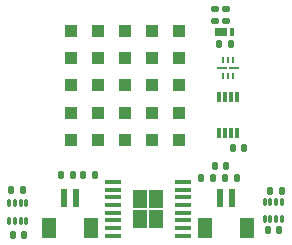
<source format=gbp>
G04 #@! TF.GenerationSoftware,KiCad,Pcbnew,7.0.7*
G04 #@! TF.CreationDate,2024-01-02T23:05:42-05:00*
G04 #@! TF.ProjectId,squirrelbrain,73717569-7272-4656-9c62-7261696e2e6b,1*
G04 #@! TF.SameCoordinates,Original*
G04 #@! TF.FileFunction,Paste,Bot*
G04 #@! TF.FilePolarity,Positive*
%FSLAX46Y46*%
G04 Gerber Fmt 4.6, Leading zero omitted, Abs format (unit mm)*
G04 Created by KiCad (PCBNEW 7.0.7) date 2024-01-02 23:05:42*
%MOMM*%
%LPD*%
G01*
G04 APERTURE LIST*
G04 Aperture macros list*
%AMRoundRect*
0 Rectangle with rounded corners*
0 $1 Rounding radius*
0 $2 $3 $4 $5 $6 $7 $8 $9 X,Y pos of 4 corners*
0 Add a 4 corners polygon primitive as box body*
4,1,4,$2,$3,$4,$5,$6,$7,$8,$9,$2,$3,0*
0 Add four circle primitives for the rounded corners*
1,1,$1+$1,$2,$3*
1,1,$1+$1,$4,$5*
1,1,$1+$1,$6,$7*
1,1,$1+$1,$8,$9*
0 Add four rect primitives between the rounded corners*
20,1,$1+$1,$2,$3,$4,$5,0*
20,1,$1+$1,$4,$5,$6,$7,0*
20,1,$1+$1,$6,$7,$8,$9,0*
20,1,$1+$1,$8,$9,$2,$3,0*%
G04 Aperture macros list end*
%ADD10RoundRect,0.135000X0.185000X-0.135000X0.185000X0.135000X-0.185000X0.135000X-0.185000X-0.135000X0*%
%ADD11RoundRect,0.009000X-0.141000X0.416000X-0.141000X-0.416000X0.141000X-0.416000X0.141000X0.416000X0*%
%ADD12R,0.200000X0.604799*%
%ADD13R,0.873098X0.250000*%
%ADD14RoundRect,0.140000X-0.140000X-0.170000X0.140000X-0.170000X0.140000X0.170000X-0.140000X0.170000X0*%
%ADD15R,0.385000X0.690000*%
%ADD16R,1.035000X0.690000*%
%ADD17RoundRect,0.135000X-0.135000X-0.185000X0.135000X-0.185000X0.135000X0.185000X-0.135000X0.185000X0*%
%ADD18RoundRect,0.135000X0.135000X0.185000X-0.135000X0.185000X-0.135000X-0.185000X0.135000X-0.185000X0*%
%ADD19R,1.200000X1.800000*%
%ADD20R,0.600000X1.550000*%
%ADD21RoundRect,0.050000X-0.100000X0.285000X-0.100000X-0.285000X0.100000X-0.285000X0.100000X0.285000X0*%
%ADD22R,1.404099X0.354800*%
%ADD23R,1.060000X1.060000*%
G04 APERTURE END LIST*
G36*
X51284300Y-55739100D02*
G01*
X50100000Y-55739100D01*
X50100000Y-54250000D01*
X51284300Y-54250000D01*
X51284300Y-55739100D01*
G37*
G36*
X51284300Y-54050000D02*
G01*
X50100000Y-54050000D01*
X50100000Y-52560900D01*
X51284300Y-52560900D01*
X51284300Y-54050000D01*
G37*
G36*
X49900000Y-55739100D02*
G01*
X48715700Y-55739100D01*
X48715700Y-54250000D01*
X49900000Y-54250000D01*
X49900000Y-55739100D01*
G37*
G36*
X49900000Y-54050000D02*
G01*
X48715700Y-54050000D01*
X48715700Y-52560900D01*
X49900000Y-52560900D01*
X49900000Y-54050000D01*
G37*
D10*
X56600000Y-37190001D03*
X56600000Y-38210001D03*
X55650000Y-38210001D03*
X55650000Y-37190001D03*
D11*
X56000000Y-47750000D03*
X56500000Y-47750000D03*
X57000000Y-47750000D03*
X57500000Y-47750000D03*
X57500000Y-44650000D03*
X57000000Y-44650000D03*
X56500000Y-44650000D03*
X56000000Y-44650000D03*
D12*
X56375002Y-42866401D03*
D13*
X56238452Y-42195701D03*
D12*
X56375002Y-41525001D03*
X56775001Y-41525001D03*
X57175000Y-41525001D03*
D13*
X57311550Y-42195701D03*
D12*
X57175000Y-42866401D03*
X56775001Y-42866401D03*
D14*
X55645000Y-50550000D03*
X56605000Y-50550000D03*
X57145000Y-48975000D03*
X58105000Y-48975000D03*
D15*
X57124500Y-39175001D03*
D16*
X56132500Y-39175001D03*
D17*
X57035000Y-40200001D03*
X56015000Y-40200001D03*
D14*
X38520000Y-56400000D03*
X39480000Y-56400000D03*
D17*
X60340000Y-52650001D03*
X61360000Y-52650001D03*
D18*
X54440000Y-51525000D03*
X55460000Y-51525000D03*
D19*
X58400000Y-55750000D03*
X54800000Y-55750000D03*
D20*
X57100000Y-53225000D03*
X56100000Y-53225000D03*
D18*
X39410000Y-52575000D03*
X38390000Y-52575000D03*
D19*
X45200000Y-55750000D03*
X41600000Y-55750000D03*
D20*
X43900000Y-53225000D03*
X42900000Y-53225000D03*
D17*
X57560000Y-51525000D03*
X56540000Y-51525000D03*
D21*
X59860052Y-53560001D03*
X60360052Y-53560001D03*
X60860052Y-53560001D03*
X61360052Y-53560001D03*
X61360052Y-55040001D03*
X60860052Y-55040001D03*
X60360052Y-55040001D03*
X59860052Y-55040001D03*
D14*
X43625000Y-51300000D03*
X42665000Y-51300000D03*
X61080000Y-55900001D03*
X60120000Y-55900001D03*
D22*
X52949948Y-51875001D03*
X52949948Y-52524999D03*
X52949948Y-53175001D03*
X52949948Y-53824999D03*
X52949948Y-54474998D03*
X52949948Y-55124999D03*
X52949948Y-55774998D03*
X52949948Y-56424999D03*
X47050052Y-56424999D03*
X47050052Y-55775001D03*
X47050052Y-55124999D03*
X47050052Y-54475001D03*
X47050052Y-53825002D03*
X47050052Y-53175001D03*
X47050052Y-52525002D03*
X47050052Y-51875001D03*
D21*
X38200000Y-55154999D03*
X38700000Y-55154999D03*
X39200000Y-55154999D03*
X39700000Y-55154999D03*
X39700000Y-53674999D03*
X39200000Y-53674999D03*
X38700000Y-53674999D03*
X38200000Y-53674999D03*
D23*
X52630000Y-39120000D03*
X50340000Y-39120000D03*
X48050000Y-39120000D03*
X45760000Y-39120000D03*
X43470000Y-39120000D03*
X52630000Y-41410000D03*
X50340000Y-41410000D03*
X48050000Y-41410000D03*
X45760000Y-41410000D03*
X43470000Y-41410000D03*
X52630000Y-43700000D03*
X50340000Y-43700000D03*
X48050000Y-43700000D03*
X45760000Y-43700000D03*
X43470000Y-43700000D03*
X52630000Y-45990000D03*
X50340000Y-45990000D03*
X48050000Y-45990000D03*
X45760000Y-45990000D03*
X43470000Y-45990000D03*
X52630000Y-48280000D03*
X50340000Y-48280000D03*
X48050000Y-48280000D03*
X45760000Y-48280000D03*
X43470000Y-48280000D03*
D17*
X44515000Y-51300000D03*
X45535000Y-51300000D03*
M02*

</source>
